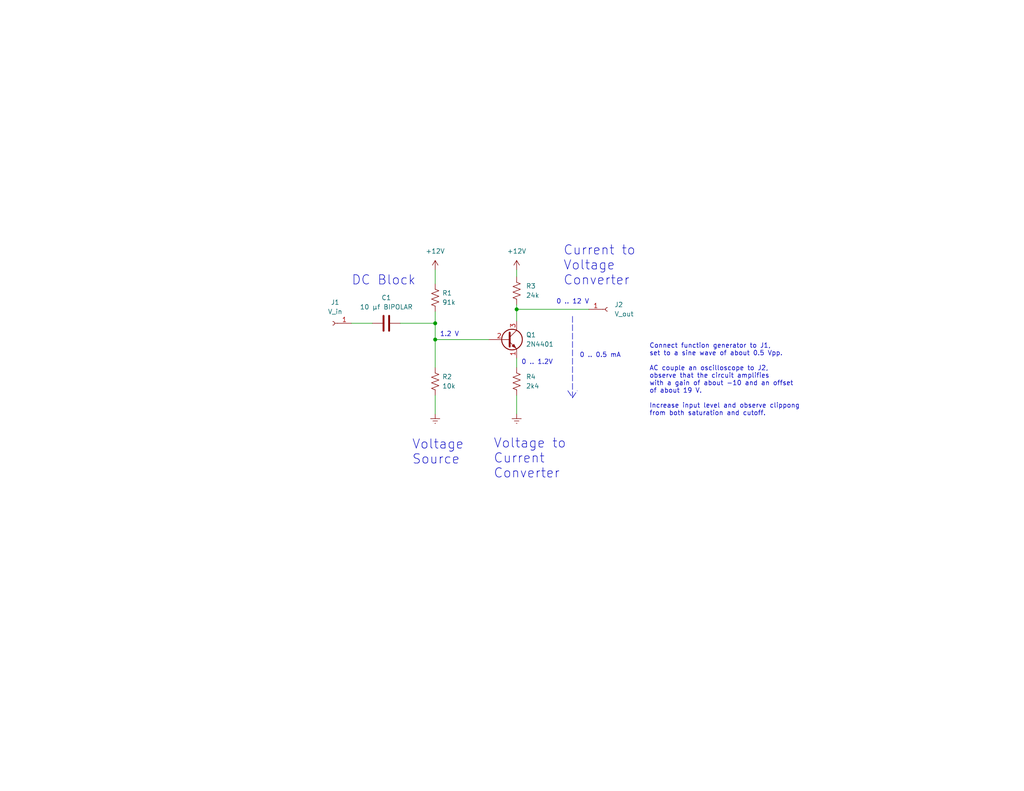
<source format=kicad_sch>
(kicad_sch (version 20211123) (generator eeschema)
  (paper "USLetter")
  (title_block (title "Rudimentary Common Emitter Amplifier") (date "2024-05-11") (rev "B") (company "Kludges from Kevin's Cave"))
  (lib_symbols
    (symbol "Connector:Conn_01x01_Female" (pin_names (offset 1.016) hide)
      (property "Reference" "J" (at 0 2.54 0))
      (property "Value" "Conn_01x01_Female" (at 0 -2.54 0))
      (symbol "Conn_01x01_Female_1_1"
        (polyline (pts (xy -1.27 0) (xy -0.508 0)) (stroke (width 0.1524)))
        (arc (start 0 0.508) (mid -0.508 0) (end 0 -0.508) (stroke (width 0.1524)))
        (pin passive line (at -5.08 0 0) (length 3.81) (name "Pin_1") (number "1"))
      )
    )
    (symbol "Device:C" (pin_numbers hide) (pin_names (offset 0.254))
      (property "Reference" "C" (at 0.635 2.54 0))
      (property "Value" "C" (at 0.635 -2.54 0))
      (symbol "C_0_1"
        (polyline (pts (xy -2.032 -0.762) (xy 2.032 -0.762)) (stroke (width 0.508)))
        (polyline (pts (xy -2.032 0.762) (xy 2.032 0.762)) (stroke (width 0.508)))
      )
      (symbol "C_1_1"
        (pin passive line (at 0 3.81 270) (length 2.794) (name "~") (number "1"))
        (pin passive line (at 0 -3.81 90) (length 2.794) (name "~") (number "2"))
      )
    )
    (symbol "Device:Q_NPN_EBC" (pin_names (offset 0) hide)
      (property "Reference" "Q" (at 5.08 1.27 0))
      (property "Value" "Q_NPN_EBC" (at 5.08 -1.27 0))
      (symbol "Q_NPN_EBC_0_1"
        (polyline (pts (xy 0.635 0.635) (xy 2.54 2.54)))
        (polyline (pts (xy 0.635 -0.635) (xy 2.54 -2.54) (xy 2.54 -2.54)))
        (polyline (pts (xy 0.635 1.905) (xy 0.635 -1.905) (xy 0.635 -1.905)) (stroke (width 0.508)))
        (polyline (pts (xy 1.27 -1.778) (xy 1.778 -1.27) (xy 2.286 -2.286) (xy 1.27 -1.778) (xy 1.27 -1.778)) (fill (type outline)))
        (circle (center 1.27 0) (radius 2.8194) (stroke (width 0.254)))
      )
      (symbol "Q_NPN_EBC_1_1"
        (pin passive line (at 2.54 -5.08 90) (length 2.54) (name "E") (number "1"))
        (pin passive line (at -5.08 0 0) (length 5.715) (name "B") (number "2"))
        (pin passive line (at 2.54 5.08 270) (length 2.54) (name "C") (number "3"))
      )
    )
    (symbol "Device:R_US" (pin_numbers hide) (pin_names (offset 0))
      (property "Reference" "R" (at 2.54 0 90))
      (property "Value" "R_US" (at -2.54 0 90))
      (symbol "R_US_0_1"
        (polyline (pts (xy 0 -2.286) (xy 0 -2.54)))
        (polyline (pts (xy 0 2.286) (xy 0 2.54)))
        (polyline (pts (xy 0 -0.762) (xy 1.016 -1.143) (xy 0 -1.524) (xy -1.016 -1.905) (xy 0 -2.286)))
        (polyline (pts (xy 0 0.762) (xy 1.016 0.381) (xy 0 0) (xy -1.016 -0.381) (xy 0 -0.762)))
        (polyline (pts (xy 0 2.286) (xy 1.016 1.905) (xy 0 1.524) (xy -1.016 1.143) (xy 0 0.762)))
      )
      (symbol "R_US_1_1"
        (pin passive line (at 0 3.81 270) (length 1.27) (name "~") (number "1"))
        (pin passive line (at 0 -3.81 90) (length 1.27) (name "~") (number "2"))
      )
    )
    (symbol "power:+12V" (power) (pin_names (offset 0))
      (property "Value" "+12V" (at 0 3.556 0))
      (symbol "+12V_0_1"
        (polyline (pts (xy -0.762 1.27) (xy 0 2.54)))
        (polyline (pts (xy 0 0) (xy 0 2.54)))
        (polyline (pts (xy 0 2.54) (xy 0.762 1.27)))
      )
      (symbol "+12V_1_1"
        (pin power_in line (at 0 0 90) (length 0) hide (name "+12V") (number "1"))
      )
    )
    (symbol "power:Earth" (power) (pin_names (offset 0))
      (symbol "Earth_0_1"
        (polyline (pts (xy -0.635 -1.905) (xy 0.635 -1.905)))
        (polyline (pts (xy -0.127 -2.54) (xy 0.127 -2.54)))
        (polyline (pts (xy 0 -1.27) (xy 0 0)))
        (polyline (pts (xy 1.27 -1.27) (xy -1.27 -1.27)))
      )
      (symbol "Earth_1_1"
        (pin power_in line (at 0 0 270) (length 0) hide (name "Earth") (number "1"))
      )
    )
  )
  (junction (at 118.745 92.71))
  (junction (at 140.97 84.455))
  (junction (at 118.745 88.265))
  (wire (pts (xy 160.655 84.455) (xy 140.97 84.455)))
  (polyline (pts (xy 154.94 106.68) (xy 156.21 108.585)))
  (wire (pts (xy 118.745 85.09) (xy 118.745 88.265)))
  (wire (pts (xy 118.745 88.265) (xy 118.745 92.71)))
  (wire (pts (xy 118.745 107.95) (xy 118.745 113.03)))
  (polyline (pts (xy 156.21 86.36) (xy 156.21 108.585)))
  (wire (pts (xy 140.97 107.95) (xy 140.97 113.03)))
  (wire (pts (xy 109.22 88.265) (xy 118.745 88.265)))
  (wire (pts (xy 118.745 73.66) (xy 118.745 77.47)))
  (wire (pts (xy 140.97 73.66) (xy 140.97 75.565)))
  (wire (pts (xy 118.745 92.71) (xy 118.745 100.33)))
  (wire (pts (xy 140.97 84.455) (xy 140.97 87.63)))
  (polyline (pts (xy 156.21 108.585) (xy 157.48 106.68)))
  (wire (pts (xy 118.745 92.71) (xy 133.35 92.71)))
  (wire (pts (xy 95.885 88.265) (xy 101.6 88.265)))
  (wire (pts (xy 140.97 83.185) (xy 140.97 84.455)))
  (wire (pts (xy 140.97 97.79) (xy 140.97 100.33)))
  (text "Voltage\nSource" (at 112.395 127 0) (effects (font (size 2.54 2.54)) (justify left bottom)))
  (text "DC Block" (at 95.885 78.105 0) (effects (font (size 2.54 2.54)) (justify left bottom)))
  (text "Connect function generator to J1,\nset to a sine wave of about 0.5 Vpp.\n\nAC couple an oscilloscope to J2,\nobserve that the circuit amplifies\nwith a gain of about -10 and an offset\nof about 19 V.\n\nIncrease input level and observe clippong\nfrom both saturation and cutoff." (at 177.165 113.665 0) (effects (font (size 1.27 1.27)) (justify left bottom)))
  (text "1.2 V" (at 120.015 92.075 0) (effects (font (size 1.27 1.27)) (justify left bottom)))
  (text "0 .. 12 V" (at 151.765 83.185 0) (effects (font (size 1.27 1.27)) (justify left bottom)))
  (text "0 .. 1.2V" (at 142.24 99.695 0) (effects (font (size 1.27 1.27)) (justify left bottom)))
  (text "Current to\nVoltage\nConverter" (at 153.67 78.105 0) (effects (font (size 2.54 2.54)) (justify left bottom)))
  (text "Voltage to\nCurrent\nConverter" (at 134.62 130.81 0) (effects (font (size 2.54 2.54)) (justify left bottom)))
  (text "0 .. 0.5 mA" (at 158.115 97.79 0) (effects (font (size 1.27 1.27)) (justify left bottom)))
  (symbol (lib_id "Device:R_US") (at 140.97 79.375 0) (unit 1)
    (property "Reference" "R3" (at 143.51 78.1049 0) (effects (justify left)))
    (property "Value" "24k" (at 143.51 80.6449 0) (effects (justify left)))
  )
  (symbol (lib_id "Device:R_US") (at 140.97 104.14 0) (unit 1)
    (property "Reference" "R4" (at 143.51 102.8699 0) (effects (justify left)))
    (property "Value" "2k4" (at 143.51 105.4099 0) (effects (justify left)))
  )
  (symbol (lib_id "power:Earth") (at 118.745 113.03 0) (unit 1)
    (property "Reference" "#PWR02" (effects hide))
    (property "Value" "Earth" (effects hide))
  )
  (symbol (lib_id "Device:C") (at 105.41 88.265 90) (unit 1)
    (property "Reference" "C1" (at 105.41 81.28 90))
    (property "Value" "10 µf BIPOLAR" (at 105.41 83.82 90))
  )
  (symbol (lib_id "Device:Q_NPN_EBC") (at 138.43 92.71 0) (unit 1)
    (property "Reference" "Q1" (at 143.51 91.4399 0) (effects (justify left)))
    (property "Value" "2N4401" (at 143.51 93.9799 0) (effects (justify left)))
  )
  (symbol (lib_id "Connector:Conn_01x01_Female") (at 165.735 84.455 0) (unit 1)
    (property "Reference" "J2" (at 167.64 83.1849 0) (effects (justify left)))
    (property "Value" "V_out" (at 167.64 85.7249 0) (effects (justify left)))
  )
  (symbol (lib_id "Device:R_US") (at 118.745 104.14 0) (unit 1)
    (property "Reference" "R2" (at 120.65 102.8699 0) (effects (justify left)))
    (property "Value" "10k" (at 120.65 105.4099 0) (effects (justify left)))
  )
  (symbol (lib_id "Device:R_US") (at 118.745 81.28 0) (unit 1)
    (property "Reference" "R1" (at 120.65 80.0099 0) (effects (justify left)))
    (property "Value" "91k" (at 120.65 82.5499 0) (effects (justify left)))
  )
  (symbol (lib_id "Connector:Conn_01x01_Female") (at 90.805 88.265 0) (mirror y) (unit 1)
    (property "Reference" "J1" (at 91.44 82.55 0))
    (property "Value" "V_in" (at 91.44 85.09 0))
  )
  (symbol (lib_id "power:Earth") (at 140.97 113.03 0) (unit 1)
    (property "Reference" "#PWR04" (effects hide))
    (property "Value" "Earth" (effects hide))
  )
  (symbol (lib_id "power:+12V") (at 118.745 73.66 0) (unit 1)
    (property "Reference" "#PWR01" (effects hide))
    (property "Value" "+12V" (at 118.745 68.58 0))
  )
  (symbol (lib_id "power:+12V") (at 140.97 73.66 0) (unit 1)
    (property "Reference" "#PWR03" (effects hide))
    (property "Value" "+12V" (at 140.97 68.58 0))
  )
)
</source>
